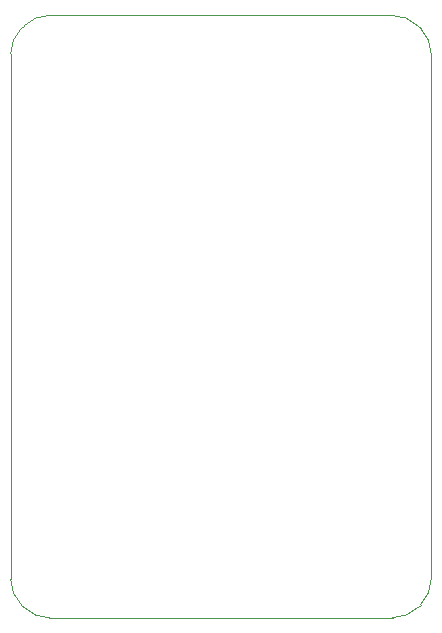
<source format=gbr>
%TF.GenerationSoftware,Altium Limited,Altium Designer,24.7.2 (38)*%
G04 Layer_Color=0*
%FSLAX45Y45*%
%MOMM*%
%TF.SameCoordinates,2370CFE6-064A-4C8F-A3BC-26C693B17082*%
%TF.FilePolarity,Positive*%
%TF.FileFunction,Profile,NP*%
%TF.Part,Single*%
G01*
G75*
%TA.AperFunction,Profile*%
%ADD31C,0.02540*%
D31*
X110198Y89802D02*
X89802Y110198D01*
D02*
G02*
X0Y327000I216802J216802D01*
G01*
Y4773000D01*
D02*
G02*
X89802Y4989803I306605J0D01*
G01*
X110197Y5010197D01*
D02*
G02*
X327000Y5100000I216802J-216802D01*
G01*
X3232999D01*
D02*
G02*
X3449802Y5010197I0J-306605D01*
G01*
X3470197Y4989802D01*
D02*
G02*
X3559999Y4773000I-216802J-216802D01*
G01*
Y327000D01*
D02*
G02*
X3470197Y110197I-306605J0D01*
G01*
X3449802Y89802D01*
D02*
G02*
X3233000Y0I-216802J216802D01*
G01*
X327000D01*
D02*
G02*
X110198Y89802I0J306605D01*
G01*
%TF.MD5,77f86178b20dbd2578247c8942658821*%
M02*

</source>
